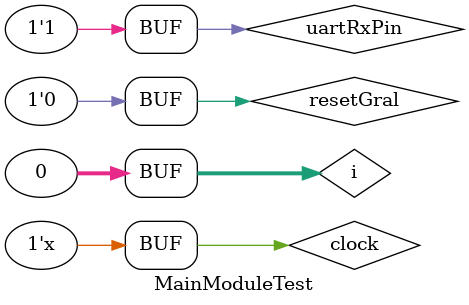
<source format=v>
`timescale 1ns / 1ps


module MainModuleTest;

	// Inputs
	reg clock;
	reg resetGral;
	reg uartRxPin;
	localparam [7:0] sAscii="s";
	localparam [7:0] nAscii="n";
	localparam [7:0] cAscii="c";
	localparam start=0,
				  stop=1;
	integer i;

	// Outputs
	wire uartTxPin;
	wire ledIdle;
	wire ledStep;
	wire ledSend;
	wire ledCont;

	// Instantiate the Unit Under Test (UUT)
	Datapath1 uut (
		.clock(clock), 
		.resetGral(resetGral), 
		.uartRxPin(uartRxPin), 
		.uartTxPin(uartTxPin), 
		.ledIdle(ledIdle), 
		.ledStep(ledStep), 
		.ledSend(ledSend), 
		.ledCont(ledCont)
	);

	initial begin
		// Initialize Inputs
		clock = 0;
		resetGral = 1;
		uartRxPin = 1;
		#10;
		resetGral = 0;
		// Wait 100 ns for global reset to finish     
		// Add stimulus here
		
		#300.5;
		uartRxPin = start;
		#10416;
		for (i=0;i<8;i=i+1)begin
			uartRxPin = sAscii[i];
			#10416;
		end
		i=0;
		uartRxPin = stop;
		#10416;
		#30000;
		uartRxPin = start;
		#10416;
		for (i=0;i<8;i=i+1)begin
			uartRxPin = nAscii[i];
			#10416;
		end
		i=0;
		uartRxPin = stop;
		#10416;
	end
	
	always begin
		clock = ~clock;
		#0.5;
	end
	
	
      
endmodule


</source>
